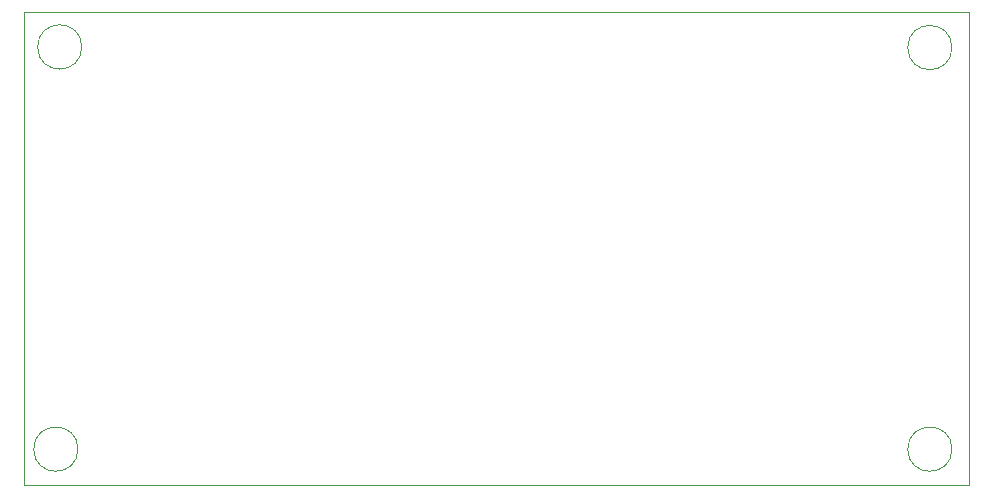
<source format=gbr>
%TF.GenerationSoftware,KiCad,Pcbnew,(7.0.0-0)*%
%TF.CreationDate,2023-08-08T20:11:38-05:00*%
%TF.ProjectId,DingoPCB,44696e67-6f50-4434-922e-6b696361645f,rev?*%
%TF.SameCoordinates,Original*%
%TF.FileFunction,Profile,NP*%
%FSLAX46Y46*%
G04 Gerber Fmt 4.6, Leading zero omitted, Abs format (unit mm)*
G04 Created by KiCad (PCBNEW (7.0.0-0)) date 2023-08-08 20:11:38*
%MOMM*%
%LPD*%
G01*
G04 APERTURE LIST*
%TA.AperFunction,Profile*%
%ADD10C,0.100000*%
%TD*%
G04 APERTURE END LIST*
D10*
X326600Y0D02*
X80326600Y0D01*
X80326600Y0D02*
X80326600Y-40000000D01*
X80326600Y-40000000D02*
X326600Y-40000000D01*
X326600Y-40000000D02*
X326600Y0D01*
X5200700Y-2946400D02*
G75*
G03*
X5200700Y-2946400I-1874100J0D01*
G01*
X4874100Y-37000000D02*
G75*
G03*
X4874100Y-37000000I-1874100J0D01*
G01*
X78874100Y-37000000D02*
G75*
G03*
X78874100Y-37000000I-1874100J0D01*
G01*
X78874100Y-3000000D02*
G75*
G03*
X78874100Y-3000000I-1874100J0D01*
G01*
M02*

</source>
